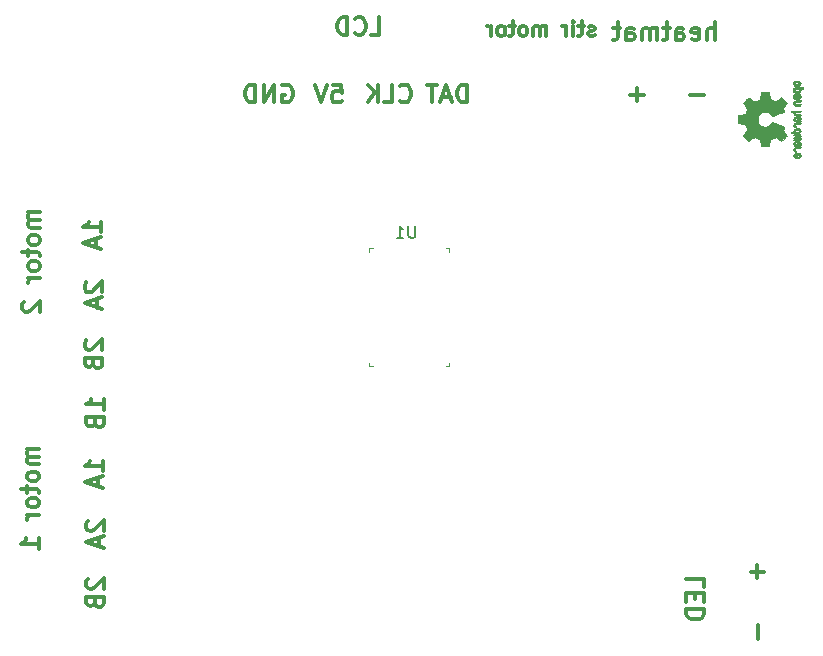
<source format=gbr>
%TF.GenerationSoftware,KiCad,Pcbnew,(5.1.9-0-10_14)*%
%TF.CreationDate,2021-04-17T23:10:34-04:00*%
%TF.ProjectId,BioreactorPCB,42696f72-6561-4637-946f-725043422e6b,rev?*%
%TF.SameCoordinates,Original*%
%TF.FileFunction,Legend,Bot*%
%TF.FilePolarity,Positive*%
%FSLAX46Y46*%
G04 Gerber Fmt 4.6, Leading zero omitted, Abs format (unit mm)*
G04 Created by KiCad (PCBNEW (5.1.9-0-10_14)) date 2021-04-17 23:10:34*
%MOMM*%
%LPD*%
G01*
G04 APERTURE LIST*
%ADD10C,0.300000*%
%ADD11C,0.010000*%
%ADD12C,0.100000*%
%ADD13C,0.150000*%
G04 APERTURE END LIST*
D10*
X72781428Y-80398571D02*
X72710000Y-80470000D01*
X72638571Y-80612857D01*
X72638571Y-80970000D01*
X72710000Y-81112857D01*
X72781428Y-81184285D01*
X72924285Y-81255714D01*
X73067142Y-81255714D01*
X73281428Y-81184285D01*
X74138571Y-80327142D01*
X74138571Y-81255714D01*
X73710000Y-81827142D02*
X73710000Y-82541428D01*
X74138571Y-81684285D02*
X72638571Y-82184285D01*
X74138571Y-82684285D01*
X72781428Y-85291428D02*
X72710000Y-85362857D01*
X72638571Y-85505714D01*
X72638571Y-85862857D01*
X72710000Y-86005714D01*
X72781428Y-86077142D01*
X72924285Y-86148571D01*
X73067142Y-86148571D01*
X73281428Y-86077142D01*
X74138571Y-85220000D01*
X74138571Y-86148571D01*
X73352857Y-87291428D02*
X73424285Y-87505714D01*
X73495714Y-87577142D01*
X73638571Y-87648571D01*
X73852857Y-87648571D01*
X73995714Y-87577142D01*
X74067142Y-87505714D01*
X74138571Y-87362857D01*
X74138571Y-86791428D01*
X72638571Y-86791428D01*
X72638571Y-87291428D01*
X72710000Y-87434285D01*
X72781428Y-87505714D01*
X72924285Y-87577142D01*
X73067142Y-87577142D01*
X73210000Y-87505714D01*
X73281428Y-87434285D01*
X73352857Y-87291428D01*
X73352857Y-86791428D01*
X74038571Y-76155714D02*
X74038571Y-75298571D01*
X74038571Y-75727142D02*
X72538571Y-75727142D01*
X72752857Y-75584285D01*
X72895714Y-75441428D01*
X72967142Y-75298571D01*
X73610000Y-76727142D02*
X73610000Y-77441428D01*
X74038571Y-76584285D02*
X72538571Y-77084285D01*
X74038571Y-77584285D01*
X74278571Y-91178571D02*
X74278571Y-90321428D01*
X74278571Y-90750000D02*
X72778571Y-90750000D01*
X72992857Y-90607142D01*
X73135714Y-90464285D01*
X73207142Y-90321428D01*
X73492857Y-92321428D02*
X73564285Y-92535714D01*
X73635714Y-92607142D01*
X73778571Y-92678571D01*
X73992857Y-92678571D01*
X74135714Y-92607142D01*
X74207142Y-92535714D01*
X74278571Y-92392857D01*
X74278571Y-91821428D01*
X72778571Y-91821428D01*
X72778571Y-92321428D01*
X72850000Y-92464285D01*
X72921428Y-92535714D01*
X73064285Y-92607142D01*
X73207142Y-92607142D01*
X73350000Y-92535714D01*
X73421428Y-92464285D01*
X73492857Y-92321428D01*
X73492857Y-91821428D01*
X74178571Y-96385714D02*
X74178571Y-95528571D01*
X74178571Y-95957142D02*
X72678571Y-95957142D01*
X72892857Y-95814285D01*
X73035714Y-95671428D01*
X73107142Y-95528571D01*
X73750000Y-96957142D02*
X73750000Y-97671428D01*
X74178571Y-96814285D02*
X72678571Y-97314285D01*
X74178571Y-97814285D01*
X72921428Y-100628571D02*
X72850000Y-100700000D01*
X72778571Y-100842857D01*
X72778571Y-101200000D01*
X72850000Y-101342857D01*
X72921428Y-101414285D01*
X73064285Y-101485714D01*
X73207142Y-101485714D01*
X73421428Y-101414285D01*
X74278571Y-100557142D01*
X74278571Y-101485714D01*
X73850000Y-102057142D02*
X73850000Y-102771428D01*
X74278571Y-101914285D02*
X72778571Y-102414285D01*
X74278571Y-102914285D01*
X72921428Y-105521428D02*
X72850000Y-105592857D01*
X72778571Y-105735714D01*
X72778571Y-106092857D01*
X72850000Y-106235714D01*
X72921428Y-106307142D01*
X73064285Y-106378571D01*
X73207142Y-106378571D01*
X73421428Y-106307142D01*
X74278571Y-105450000D01*
X74278571Y-106378571D01*
X73492857Y-107521428D02*
X73564285Y-107735714D01*
X73635714Y-107807142D01*
X73778571Y-107878571D01*
X73992857Y-107878571D01*
X74135714Y-107807142D01*
X74207142Y-107735714D01*
X74278571Y-107592857D01*
X74278571Y-107021428D01*
X72778571Y-107021428D01*
X72778571Y-107521428D01*
X72850000Y-107664285D01*
X72921428Y-107735714D01*
X73064285Y-107807142D01*
X73207142Y-107807142D01*
X73350000Y-107735714D01*
X73421428Y-107664285D01*
X73492857Y-107521428D01*
X73492857Y-107021428D01*
X129607142Y-110571428D02*
X129607142Y-109428571D01*
X129028571Y-104907142D02*
X130171428Y-104907142D01*
X129600000Y-105478571D02*
X129600000Y-104335714D01*
X125078571Y-106235714D02*
X125078571Y-105521428D01*
X123578571Y-105521428D01*
X124292857Y-106735714D02*
X124292857Y-107235714D01*
X125078571Y-107450000D02*
X125078571Y-106735714D01*
X123578571Y-106735714D01*
X123578571Y-107450000D01*
X125078571Y-108092857D02*
X123578571Y-108092857D01*
X123578571Y-108450000D01*
X123650000Y-108664285D01*
X123792857Y-108807142D01*
X123935714Y-108878571D01*
X124221428Y-108950000D01*
X124435714Y-108950000D01*
X124721428Y-108878571D01*
X124864285Y-108807142D01*
X125007142Y-108664285D01*
X125078571Y-108450000D01*
X125078571Y-108092857D01*
X123928571Y-64507142D02*
X125071428Y-64507142D01*
X118828571Y-64507142D02*
X119971428Y-64507142D01*
X119400000Y-65078571D02*
X119400000Y-63935714D01*
X105047142Y-65168571D02*
X105047142Y-63668571D01*
X104690000Y-63668571D01*
X104475714Y-63740000D01*
X104332857Y-63882857D01*
X104261428Y-64025714D01*
X104190000Y-64311428D01*
X104190000Y-64525714D01*
X104261428Y-64811428D01*
X104332857Y-64954285D01*
X104475714Y-65097142D01*
X104690000Y-65168571D01*
X105047142Y-65168571D01*
X103618571Y-64740000D02*
X102904285Y-64740000D01*
X103761428Y-65168571D02*
X103261428Y-63668571D01*
X102761428Y-65168571D01*
X102475714Y-63668571D02*
X101618571Y-63668571D01*
X102047142Y-65168571D02*
X102047142Y-63668571D01*
X99332857Y-65025714D02*
X99404285Y-65097142D01*
X99618571Y-65168571D01*
X99761428Y-65168571D01*
X99975714Y-65097142D01*
X100118571Y-64954285D01*
X100190000Y-64811428D01*
X100261428Y-64525714D01*
X100261428Y-64311428D01*
X100190000Y-64025714D01*
X100118571Y-63882857D01*
X99975714Y-63740000D01*
X99761428Y-63668571D01*
X99618571Y-63668571D01*
X99404285Y-63740000D01*
X99332857Y-63811428D01*
X97975714Y-65168571D02*
X98690000Y-65168571D01*
X98690000Y-63668571D01*
X97475714Y-65168571D02*
X97475714Y-63668571D01*
X96618571Y-65168571D02*
X97261428Y-64311428D01*
X96618571Y-63668571D02*
X97475714Y-64525714D01*
X93625714Y-63668571D02*
X94340000Y-63668571D01*
X94411428Y-64382857D01*
X94340000Y-64311428D01*
X94197142Y-64240000D01*
X93840000Y-64240000D01*
X93697142Y-64311428D01*
X93625714Y-64382857D01*
X93554285Y-64525714D01*
X93554285Y-64882857D01*
X93625714Y-65025714D01*
X93697142Y-65097142D01*
X93840000Y-65168571D01*
X94197142Y-65168571D01*
X94340000Y-65097142D01*
X94411428Y-65025714D01*
X93125714Y-63668571D02*
X92625714Y-65168571D01*
X92125714Y-63668571D01*
X89382857Y-63740000D02*
X89525714Y-63668571D01*
X89740000Y-63668571D01*
X89954285Y-63740000D01*
X90097142Y-63882857D01*
X90168571Y-64025714D01*
X90240000Y-64311428D01*
X90240000Y-64525714D01*
X90168571Y-64811428D01*
X90097142Y-64954285D01*
X89954285Y-65097142D01*
X89740000Y-65168571D01*
X89597142Y-65168571D01*
X89382857Y-65097142D01*
X89311428Y-65025714D01*
X89311428Y-64525714D01*
X89597142Y-64525714D01*
X88668571Y-65168571D02*
X88668571Y-63668571D01*
X87811428Y-65168571D01*
X87811428Y-63668571D01*
X87097142Y-65168571D02*
X87097142Y-63668571D01*
X86740000Y-63668571D01*
X86525714Y-63740000D01*
X86382857Y-63882857D01*
X86311428Y-64025714D01*
X86240000Y-64311428D01*
X86240000Y-64525714D01*
X86311428Y-64811428D01*
X86382857Y-64954285D01*
X86525714Y-65097142D01*
X86740000Y-65168571D01*
X87097142Y-65168571D01*
X96875714Y-59468571D02*
X97590000Y-59468571D01*
X97590000Y-57968571D01*
X95518571Y-59325714D02*
X95590000Y-59397142D01*
X95804285Y-59468571D01*
X95947142Y-59468571D01*
X96161428Y-59397142D01*
X96304285Y-59254285D01*
X96375714Y-59111428D01*
X96447142Y-58825714D01*
X96447142Y-58611428D01*
X96375714Y-58325714D01*
X96304285Y-58182857D01*
X96161428Y-58040000D01*
X95947142Y-57968571D01*
X95804285Y-57968571D01*
X95590000Y-58040000D01*
X95518571Y-58111428D01*
X94875714Y-59468571D02*
X94875714Y-57968571D01*
X94518571Y-57968571D01*
X94304285Y-58040000D01*
X94161428Y-58182857D01*
X94090000Y-58325714D01*
X94018571Y-58611428D01*
X94018571Y-58825714D01*
X94090000Y-59111428D01*
X94161428Y-59254285D01*
X94304285Y-59397142D01*
X94518571Y-59468571D01*
X94875714Y-59468571D01*
X115804047Y-59485952D02*
X115685000Y-59545476D01*
X115446904Y-59545476D01*
X115327857Y-59485952D01*
X115268333Y-59366904D01*
X115268333Y-59307380D01*
X115327857Y-59188333D01*
X115446904Y-59128809D01*
X115625476Y-59128809D01*
X115744523Y-59069285D01*
X115804047Y-58950238D01*
X115804047Y-58890714D01*
X115744523Y-58771666D01*
X115625476Y-58712142D01*
X115446904Y-58712142D01*
X115327857Y-58771666D01*
X114911190Y-58712142D02*
X114435000Y-58712142D01*
X114732619Y-58295476D02*
X114732619Y-59366904D01*
X114673095Y-59485952D01*
X114554047Y-59545476D01*
X114435000Y-59545476D01*
X114018333Y-59545476D02*
X114018333Y-58712142D01*
X114018333Y-58295476D02*
X114077857Y-58355000D01*
X114018333Y-58414523D01*
X113958809Y-58355000D01*
X114018333Y-58295476D01*
X114018333Y-58414523D01*
X113423095Y-59545476D02*
X113423095Y-58712142D01*
X113423095Y-58950238D02*
X113363571Y-58831190D01*
X113304047Y-58771666D01*
X113185000Y-58712142D01*
X113065952Y-58712142D01*
X111696904Y-59545476D02*
X111696904Y-58712142D01*
X111696904Y-58831190D02*
X111637380Y-58771666D01*
X111518333Y-58712142D01*
X111339761Y-58712142D01*
X111220714Y-58771666D01*
X111161190Y-58890714D01*
X111161190Y-59545476D01*
X111161190Y-58890714D02*
X111101666Y-58771666D01*
X110982619Y-58712142D01*
X110804047Y-58712142D01*
X110685000Y-58771666D01*
X110625476Y-58890714D01*
X110625476Y-59545476D01*
X109851666Y-59545476D02*
X109970714Y-59485952D01*
X110030238Y-59426428D01*
X110089761Y-59307380D01*
X110089761Y-58950238D01*
X110030238Y-58831190D01*
X109970714Y-58771666D01*
X109851666Y-58712142D01*
X109673095Y-58712142D01*
X109554047Y-58771666D01*
X109494523Y-58831190D01*
X109435000Y-58950238D01*
X109435000Y-59307380D01*
X109494523Y-59426428D01*
X109554047Y-59485952D01*
X109673095Y-59545476D01*
X109851666Y-59545476D01*
X109077857Y-58712142D02*
X108601666Y-58712142D01*
X108899285Y-58295476D02*
X108899285Y-59366904D01*
X108839761Y-59485952D01*
X108720714Y-59545476D01*
X108601666Y-59545476D01*
X108006428Y-59545476D02*
X108125476Y-59485952D01*
X108185000Y-59426428D01*
X108244523Y-59307380D01*
X108244523Y-58950238D01*
X108185000Y-58831190D01*
X108125476Y-58771666D01*
X108006428Y-58712142D01*
X107827857Y-58712142D01*
X107708809Y-58771666D01*
X107649285Y-58831190D01*
X107589761Y-58950238D01*
X107589761Y-59307380D01*
X107649285Y-59426428D01*
X107708809Y-59485952D01*
X107827857Y-59545476D01*
X108006428Y-59545476D01*
X107054047Y-59545476D02*
X107054047Y-58712142D01*
X107054047Y-58950238D02*
X106994523Y-58831190D01*
X106935000Y-58771666D01*
X106815952Y-58712142D01*
X106696904Y-58712142D01*
X68838571Y-74491428D02*
X67838571Y-74491428D01*
X67981428Y-74491428D02*
X67910000Y-74562857D01*
X67838571Y-74705714D01*
X67838571Y-74920000D01*
X67910000Y-75062857D01*
X68052857Y-75134285D01*
X68838571Y-75134285D01*
X68052857Y-75134285D02*
X67910000Y-75205714D01*
X67838571Y-75348571D01*
X67838571Y-75562857D01*
X67910000Y-75705714D01*
X68052857Y-75777142D01*
X68838571Y-75777142D01*
X68838571Y-76705714D02*
X68767142Y-76562857D01*
X68695714Y-76491428D01*
X68552857Y-76420000D01*
X68124285Y-76420000D01*
X67981428Y-76491428D01*
X67910000Y-76562857D01*
X67838571Y-76705714D01*
X67838571Y-76920000D01*
X67910000Y-77062857D01*
X67981428Y-77134285D01*
X68124285Y-77205714D01*
X68552857Y-77205714D01*
X68695714Y-77134285D01*
X68767142Y-77062857D01*
X68838571Y-76920000D01*
X68838571Y-76705714D01*
X67838571Y-77634285D02*
X67838571Y-78205714D01*
X67338571Y-77848571D02*
X68624285Y-77848571D01*
X68767142Y-77920000D01*
X68838571Y-78062857D01*
X68838571Y-78205714D01*
X68838571Y-78920000D02*
X68767142Y-78777142D01*
X68695714Y-78705714D01*
X68552857Y-78634285D01*
X68124285Y-78634285D01*
X67981428Y-78705714D01*
X67910000Y-78777142D01*
X67838571Y-78920000D01*
X67838571Y-79134285D01*
X67910000Y-79277142D01*
X67981428Y-79348571D01*
X68124285Y-79420000D01*
X68552857Y-79420000D01*
X68695714Y-79348571D01*
X68767142Y-79277142D01*
X68838571Y-79134285D01*
X68838571Y-78920000D01*
X68838571Y-80062857D02*
X67838571Y-80062857D01*
X68124285Y-80062857D02*
X67981428Y-80134285D01*
X67910000Y-80205714D01*
X67838571Y-80348571D01*
X67838571Y-80491428D01*
X67481428Y-82062857D02*
X67410000Y-82134285D01*
X67338571Y-82277142D01*
X67338571Y-82634285D01*
X67410000Y-82777142D01*
X67481428Y-82848571D01*
X67624285Y-82920000D01*
X67767142Y-82920000D01*
X67981428Y-82848571D01*
X68838571Y-81991428D01*
X68838571Y-82920000D01*
X68778571Y-94521428D02*
X67778571Y-94521428D01*
X67921428Y-94521428D02*
X67850000Y-94592857D01*
X67778571Y-94735714D01*
X67778571Y-94950000D01*
X67850000Y-95092857D01*
X67992857Y-95164285D01*
X68778571Y-95164285D01*
X67992857Y-95164285D02*
X67850000Y-95235714D01*
X67778571Y-95378571D01*
X67778571Y-95592857D01*
X67850000Y-95735714D01*
X67992857Y-95807142D01*
X68778571Y-95807142D01*
X68778571Y-96735714D02*
X68707142Y-96592857D01*
X68635714Y-96521428D01*
X68492857Y-96450000D01*
X68064285Y-96450000D01*
X67921428Y-96521428D01*
X67850000Y-96592857D01*
X67778571Y-96735714D01*
X67778571Y-96950000D01*
X67850000Y-97092857D01*
X67921428Y-97164285D01*
X68064285Y-97235714D01*
X68492857Y-97235714D01*
X68635714Y-97164285D01*
X68707142Y-97092857D01*
X68778571Y-96950000D01*
X68778571Y-96735714D01*
X67778571Y-97664285D02*
X67778571Y-98235714D01*
X67278571Y-97878571D02*
X68564285Y-97878571D01*
X68707142Y-97950000D01*
X68778571Y-98092857D01*
X68778571Y-98235714D01*
X68778571Y-98950000D02*
X68707142Y-98807142D01*
X68635714Y-98735714D01*
X68492857Y-98664285D01*
X68064285Y-98664285D01*
X67921428Y-98735714D01*
X67850000Y-98807142D01*
X67778571Y-98950000D01*
X67778571Y-99164285D01*
X67850000Y-99307142D01*
X67921428Y-99378571D01*
X68064285Y-99450000D01*
X68492857Y-99450000D01*
X68635714Y-99378571D01*
X68707142Y-99307142D01*
X68778571Y-99164285D01*
X68778571Y-98950000D01*
X68778571Y-100092857D02*
X67778571Y-100092857D01*
X68064285Y-100092857D02*
X67921428Y-100164285D01*
X67850000Y-100235714D01*
X67778571Y-100378571D01*
X67778571Y-100521428D01*
X68778571Y-102950000D02*
X68778571Y-102092857D01*
X68778571Y-102521428D02*
X67278571Y-102521428D01*
X67492857Y-102378571D01*
X67635714Y-102235714D01*
X67707142Y-102092857D01*
X125978571Y-59878571D02*
X125978571Y-58378571D01*
X125335714Y-59878571D02*
X125335714Y-59092857D01*
X125407142Y-58950000D01*
X125550000Y-58878571D01*
X125764285Y-58878571D01*
X125907142Y-58950000D01*
X125978571Y-59021428D01*
X124050000Y-59807142D02*
X124192857Y-59878571D01*
X124478571Y-59878571D01*
X124621428Y-59807142D01*
X124692857Y-59664285D01*
X124692857Y-59092857D01*
X124621428Y-58950000D01*
X124478571Y-58878571D01*
X124192857Y-58878571D01*
X124050000Y-58950000D01*
X123978571Y-59092857D01*
X123978571Y-59235714D01*
X124692857Y-59378571D01*
X122692857Y-59878571D02*
X122692857Y-59092857D01*
X122764285Y-58950000D01*
X122907142Y-58878571D01*
X123192857Y-58878571D01*
X123335714Y-58950000D01*
X122692857Y-59807142D02*
X122835714Y-59878571D01*
X123192857Y-59878571D01*
X123335714Y-59807142D01*
X123407142Y-59664285D01*
X123407142Y-59521428D01*
X123335714Y-59378571D01*
X123192857Y-59307142D01*
X122835714Y-59307142D01*
X122692857Y-59235714D01*
X122192857Y-58878571D02*
X121621428Y-58878571D01*
X121978571Y-58378571D02*
X121978571Y-59664285D01*
X121907142Y-59807142D01*
X121764285Y-59878571D01*
X121621428Y-59878571D01*
X121121428Y-59878571D02*
X121121428Y-58878571D01*
X121121428Y-59021428D02*
X121050000Y-58950000D01*
X120907142Y-58878571D01*
X120692857Y-58878571D01*
X120550000Y-58950000D01*
X120478571Y-59092857D01*
X120478571Y-59878571D01*
X120478571Y-59092857D02*
X120407142Y-58950000D01*
X120264285Y-58878571D01*
X120050000Y-58878571D01*
X119907142Y-58950000D01*
X119835714Y-59092857D01*
X119835714Y-59878571D01*
X118478571Y-59878571D02*
X118478571Y-59092857D01*
X118550000Y-58950000D01*
X118692857Y-58878571D01*
X118978571Y-58878571D01*
X119121428Y-58950000D01*
X118478571Y-59807142D02*
X118621428Y-59878571D01*
X118978571Y-59878571D01*
X119121428Y-59807142D01*
X119192857Y-59664285D01*
X119192857Y-59521428D01*
X119121428Y-59378571D01*
X118978571Y-59307142D01*
X118621428Y-59307142D01*
X118478571Y-59235714D01*
X117978571Y-58878571D02*
X117407142Y-58878571D01*
X117764285Y-58378571D02*
X117764285Y-59664285D01*
X117692857Y-59807142D01*
X117550000Y-59878571D01*
X117407142Y-59878571D01*
D11*
%TO.C,REF\u002A\u002A*%
G36*
X132619918Y-64199744D02*
G01*
X132647568Y-64255201D01*
X132698480Y-64304148D01*
X132717338Y-64317629D01*
X132742015Y-64332314D01*
X132768816Y-64341842D01*
X132804587Y-64347293D01*
X132856169Y-64349747D01*
X132924267Y-64350286D01*
X133017588Y-64347852D01*
X133087657Y-64339394D01*
X133139931Y-64323174D01*
X133179869Y-64297454D01*
X133212929Y-64260497D01*
X133214886Y-64257782D01*
X133234908Y-64221360D01*
X133244815Y-64177502D01*
X133247257Y-64121724D01*
X133247257Y-64031048D01*
X133335283Y-64031010D01*
X133384308Y-64030166D01*
X133413065Y-64025024D01*
X133430311Y-64011587D01*
X133444808Y-63985858D01*
X133447769Y-63979679D01*
X133461648Y-63950764D01*
X133470414Y-63928376D01*
X133471171Y-63911729D01*
X133461023Y-63900036D01*
X133437073Y-63892510D01*
X133396426Y-63888366D01*
X133336186Y-63886815D01*
X133253455Y-63887071D01*
X133145339Y-63888349D01*
X133113000Y-63888748D01*
X133001524Y-63890185D01*
X132928603Y-63891472D01*
X132928603Y-64030971D01*
X132990499Y-64031755D01*
X133030997Y-64035240D01*
X133057708Y-64043124D01*
X133078244Y-64057105D01*
X133088260Y-64066597D01*
X133117567Y-64105404D01*
X133119952Y-64139763D01*
X133095750Y-64175216D01*
X133094857Y-64176114D01*
X133076153Y-64190539D01*
X133050732Y-64199313D01*
X133011584Y-64203739D01*
X132951697Y-64205118D01*
X132938430Y-64205143D01*
X132855901Y-64201812D01*
X132798691Y-64190969D01*
X132763766Y-64171340D01*
X132748094Y-64141650D01*
X132746514Y-64124491D01*
X132753926Y-64083766D01*
X132778330Y-64055832D01*
X132822980Y-64039017D01*
X132891130Y-64031650D01*
X132928603Y-64030971D01*
X132928603Y-63891472D01*
X132915245Y-63891708D01*
X132850333Y-63893677D01*
X132802958Y-63896450D01*
X132769290Y-63900388D01*
X132745498Y-63905849D01*
X132727753Y-63913192D01*
X132712224Y-63922777D01*
X132706381Y-63926887D01*
X132651185Y-63981405D01*
X132619890Y-64050336D01*
X132611165Y-64130072D01*
X132619918Y-64199744D01*
G37*
X132619918Y-64199744D02*
X132647568Y-64255201D01*
X132698480Y-64304148D01*
X132717338Y-64317629D01*
X132742015Y-64332314D01*
X132768816Y-64341842D01*
X132804587Y-64347293D01*
X132856169Y-64349747D01*
X132924267Y-64350286D01*
X133017588Y-64347852D01*
X133087657Y-64339394D01*
X133139931Y-64323174D01*
X133179869Y-64297454D01*
X133212929Y-64260497D01*
X133214886Y-64257782D01*
X133234908Y-64221360D01*
X133244815Y-64177502D01*
X133247257Y-64121724D01*
X133247257Y-64031048D01*
X133335283Y-64031010D01*
X133384308Y-64030166D01*
X133413065Y-64025024D01*
X133430311Y-64011587D01*
X133444808Y-63985858D01*
X133447769Y-63979679D01*
X133461648Y-63950764D01*
X133470414Y-63928376D01*
X133471171Y-63911729D01*
X133461023Y-63900036D01*
X133437073Y-63892510D01*
X133396426Y-63888366D01*
X133336186Y-63886815D01*
X133253455Y-63887071D01*
X133145339Y-63888349D01*
X133113000Y-63888748D01*
X133001524Y-63890185D01*
X132928603Y-63891472D01*
X132928603Y-64030971D01*
X132990499Y-64031755D01*
X133030997Y-64035240D01*
X133057708Y-64043124D01*
X133078244Y-64057105D01*
X133088260Y-64066597D01*
X133117567Y-64105404D01*
X133119952Y-64139763D01*
X133095750Y-64175216D01*
X133094857Y-64176114D01*
X133076153Y-64190539D01*
X133050732Y-64199313D01*
X133011584Y-64203739D01*
X132951697Y-64205118D01*
X132938430Y-64205143D01*
X132855901Y-64201812D01*
X132798691Y-64190969D01*
X132763766Y-64171340D01*
X132748094Y-64141650D01*
X132746514Y-64124491D01*
X132753926Y-64083766D01*
X132778330Y-64055832D01*
X132822980Y-64039017D01*
X132891130Y-64031650D01*
X132928603Y-64030971D01*
X132928603Y-63891472D01*
X132915245Y-63891708D01*
X132850333Y-63893677D01*
X132802958Y-63896450D01*
X132769290Y-63900388D01*
X132745498Y-63905849D01*
X132727753Y-63913192D01*
X132712224Y-63922777D01*
X132706381Y-63926887D01*
X132651185Y-63981405D01*
X132619890Y-64050336D01*
X132611165Y-64130072D01*
X132619918Y-64199744D01*
G36*
X132627780Y-65316093D02*
G01*
X132654723Y-65362672D01*
X132681466Y-65395057D01*
X132709484Y-65418742D01*
X132743748Y-65435059D01*
X132789227Y-65445339D01*
X132850892Y-65450914D01*
X132933711Y-65453116D01*
X132993246Y-65453371D01*
X133212391Y-65453371D01*
X133240044Y-65391686D01*
X133267697Y-65330000D01*
X133027670Y-65322743D01*
X132938028Y-65319744D01*
X132872962Y-65316598D01*
X132828026Y-65312701D01*
X132798770Y-65307447D01*
X132780748Y-65300231D01*
X132769511Y-65290450D01*
X132767079Y-65287312D01*
X132748083Y-65239761D01*
X132755600Y-65191697D01*
X132775543Y-65163086D01*
X132789675Y-65151447D01*
X132808220Y-65143391D01*
X132836334Y-65138271D01*
X132879173Y-65135441D01*
X132941895Y-65134256D01*
X133007261Y-65134057D01*
X133089268Y-65134018D01*
X133147316Y-65132614D01*
X133186465Y-65127914D01*
X133211780Y-65117987D01*
X133228323Y-65100903D01*
X133241156Y-65074732D01*
X133254491Y-65039775D01*
X133269007Y-65001596D01*
X133011389Y-65006141D01*
X132918519Y-65007971D01*
X132849889Y-65010112D01*
X132800711Y-65013181D01*
X132766198Y-65017794D01*
X132741562Y-65024568D01*
X132722016Y-65034119D01*
X132704770Y-65045634D01*
X132649680Y-65101190D01*
X132617822Y-65168980D01*
X132610191Y-65242713D01*
X132627780Y-65316093D01*
G37*
X132627780Y-65316093D02*
X132654723Y-65362672D01*
X132681466Y-65395057D01*
X132709484Y-65418742D01*
X132743748Y-65435059D01*
X132789227Y-65445339D01*
X132850892Y-65450914D01*
X132933711Y-65453116D01*
X132993246Y-65453371D01*
X133212391Y-65453371D01*
X133240044Y-65391686D01*
X133267697Y-65330000D01*
X133027670Y-65322743D01*
X132938028Y-65319744D01*
X132872962Y-65316598D01*
X132828026Y-65312701D01*
X132798770Y-65307447D01*
X132780748Y-65300231D01*
X132769511Y-65290450D01*
X132767079Y-65287312D01*
X132748083Y-65239761D01*
X132755600Y-65191697D01*
X132775543Y-65163086D01*
X132789675Y-65151447D01*
X132808220Y-65143391D01*
X132836334Y-65138271D01*
X132879173Y-65135441D01*
X132941895Y-65134256D01*
X133007261Y-65134057D01*
X133089268Y-65134018D01*
X133147316Y-65132614D01*
X133186465Y-65127914D01*
X133211780Y-65117987D01*
X133228323Y-65100903D01*
X133241156Y-65074732D01*
X133254491Y-65039775D01*
X133269007Y-65001596D01*
X133011389Y-65006141D01*
X132918519Y-65007971D01*
X132849889Y-65010112D01*
X132800711Y-65013181D01*
X132766198Y-65017794D01*
X132741562Y-65024568D01*
X132722016Y-65034119D01*
X132704770Y-65045634D01*
X132649680Y-65101190D01*
X132617822Y-65168980D01*
X132610191Y-65242713D01*
X132627780Y-65316093D01*
G36*
X132621962Y-63641115D02*
G01*
X132657733Y-63709145D01*
X132715301Y-63759351D01*
X132752312Y-63777185D01*
X132807882Y-63791063D01*
X132878096Y-63798167D01*
X132954727Y-63798840D01*
X133029552Y-63793427D01*
X133094342Y-63782270D01*
X133140873Y-63765714D01*
X133148887Y-63760626D01*
X133208707Y-63700355D01*
X133244535Y-63628769D01*
X133255020Y-63551092D01*
X133238810Y-63472548D01*
X133229092Y-63450689D01*
X133199143Y-63408122D01*
X133159433Y-63370763D01*
X133154397Y-63367232D01*
X133130124Y-63352881D01*
X133104178Y-63343394D01*
X133070022Y-63337790D01*
X133021119Y-63335086D01*
X132950935Y-63334299D01*
X132935200Y-63334286D01*
X132930192Y-63334322D01*
X132930192Y-63479429D01*
X132996430Y-63480273D01*
X133040386Y-63483596D01*
X133068779Y-63490583D01*
X133088325Y-63502416D01*
X133094857Y-63508457D01*
X133119680Y-63543186D01*
X133118548Y-63576903D01*
X133097016Y-63610995D01*
X133074029Y-63631329D01*
X133040478Y-63643371D01*
X132987569Y-63650134D01*
X132981399Y-63650598D01*
X132885513Y-63651752D01*
X132814299Y-63639688D01*
X132768194Y-63614570D01*
X132747635Y-63576560D01*
X132746514Y-63562992D01*
X132752152Y-63527364D01*
X132771686Y-63502994D01*
X132809042Y-63488093D01*
X132868150Y-63480875D01*
X132930192Y-63479429D01*
X132930192Y-63334322D01*
X132860413Y-63334826D01*
X132808159Y-63337096D01*
X132771949Y-63342068D01*
X132745299Y-63350713D01*
X132721722Y-63364005D01*
X132717338Y-63366943D01*
X132658249Y-63416313D01*
X132623947Y-63470109D01*
X132610331Y-63535602D01*
X132609665Y-63557842D01*
X132621962Y-63641115D01*
G37*
X132621962Y-63641115D02*
X132657733Y-63709145D01*
X132715301Y-63759351D01*
X132752312Y-63777185D01*
X132807882Y-63791063D01*
X132878096Y-63798167D01*
X132954727Y-63798840D01*
X133029552Y-63793427D01*
X133094342Y-63782270D01*
X133140873Y-63765714D01*
X133148887Y-63760626D01*
X133208707Y-63700355D01*
X133244535Y-63628769D01*
X133255020Y-63551092D01*
X133238810Y-63472548D01*
X133229092Y-63450689D01*
X133199143Y-63408122D01*
X133159433Y-63370763D01*
X133154397Y-63367232D01*
X133130124Y-63352881D01*
X133104178Y-63343394D01*
X133070022Y-63337790D01*
X133021119Y-63335086D01*
X132950935Y-63334299D01*
X132935200Y-63334286D01*
X132930192Y-63334322D01*
X132930192Y-63479429D01*
X132996430Y-63480273D01*
X133040386Y-63483596D01*
X133068779Y-63490583D01*
X133088325Y-63502416D01*
X133094857Y-63508457D01*
X133119680Y-63543186D01*
X133118548Y-63576903D01*
X133097016Y-63610995D01*
X133074029Y-63631329D01*
X133040478Y-63643371D01*
X132987569Y-63650134D01*
X132981399Y-63650598D01*
X132885513Y-63651752D01*
X132814299Y-63639688D01*
X132768194Y-63614570D01*
X132747635Y-63576560D01*
X132746514Y-63562992D01*
X132752152Y-63527364D01*
X132771686Y-63502994D01*
X132809042Y-63488093D01*
X132868150Y-63480875D01*
X132930192Y-63479429D01*
X132930192Y-63334322D01*
X132860413Y-63334826D01*
X132808159Y-63337096D01*
X132771949Y-63342068D01*
X132745299Y-63350713D01*
X132721722Y-63364005D01*
X132717338Y-63366943D01*
X132658249Y-63416313D01*
X132623947Y-63470109D01*
X132610331Y-63535602D01*
X132609665Y-63557842D01*
X132621962Y-63641115D01*
G36*
X132631239Y-64768303D02*
G01*
X132669735Y-64825527D01*
X132725335Y-64869749D01*
X132796086Y-64896167D01*
X132848162Y-64901510D01*
X132869893Y-64900903D01*
X132886531Y-64895822D01*
X132901437Y-64881855D01*
X132917973Y-64854589D01*
X132939498Y-64809612D01*
X132969374Y-64742511D01*
X132969524Y-64742171D01*
X132997813Y-64680407D01*
X133022933Y-64629759D01*
X133042179Y-64595404D01*
X133052848Y-64582518D01*
X133052934Y-64582514D01*
X133076166Y-64593872D01*
X133101774Y-64620431D01*
X133120221Y-64650923D01*
X133123886Y-64666370D01*
X133111212Y-64708515D01*
X133079471Y-64744808D01*
X133044572Y-64762517D01*
X133018845Y-64779552D01*
X132989546Y-64812922D01*
X132964235Y-64852149D01*
X132950471Y-64886756D01*
X132949714Y-64893993D01*
X132962160Y-64902139D01*
X132993972Y-64902630D01*
X133036866Y-64896643D01*
X133082558Y-64885357D01*
X133122761Y-64869950D01*
X133124322Y-64869171D01*
X133189062Y-64822804D01*
X133233097Y-64762711D01*
X133254711Y-64694465D01*
X133252185Y-64623638D01*
X133223804Y-64555804D01*
X133221808Y-64552788D01*
X133173448Y-64499427D01*
X133110352Y-64464340D01*
X133027387Y-64444922D01*
X133004078Y-64442316D01*
X132894055Y-64437701D01*
X132842748Y-64443233D01*
X132842748Y-64582514D01*
X132874753Y-64584324D01*
X132884093Y-64594222D01*
X132877105Y-64618898D01*
X132860587Y-64657795D01*
X132839881Y-64701275D01*
X132839333Y-64702356D01*
X132819949Y-64739209D01*
X132807013Y-64754000D01*
X132793451Y-64750353D01*
X132775632Y-64734995D01*
X132749845Y-64695923D01*
X132747950Y-64653846D01*
X132766717Y-64616103D01*
X132802915Y-64590034D01*
X132842748Y-64582514D01*
X132842748Y-64443233D01*
X132806027Y-64447194D01*
X132736212Y-64471550D01*
X132687302Y-64505456D01*
X132637878Y-64566653D01*
X132613359Y-64634063D01*
X132611797Y-64702880D01*
X132631239Y-64768303D01*
G37*
X132631239Y-64768303D02*
X132669735Y-64825527D01*
X132725335Y-64869749D01*
X132796086Y-64896167D01*
X132848162Y-64901510D01*
X132869893Y-64900903D01*
X132886531Y-64895822D01*
X132901437Y-64881855D01*
X132917973Y-64854589D01*
X132939498Y-64809612D01*
X132969374Y-64742511D01*
X132969524Y-64742171D01*
X132997813Y-64680407D01*
X133022933Y-64629759D01*
X133042179Y-64595404D01*
X133052848Y-64582518D01*
X133052934Y-64582514D01*
X133076166Y-64593872D01*
X133101774Y-64620431D01*
X133120221Y-64650923D01*
X133123886Y-64666370D01*
X133111212Y-64708515D01*
X133079471Y-64744808D01*
X133044572Y-64762517D01*
X133018845Y-64779552D01*
X132989546Y-64812922D01*
X132964235Y-64852149D01*
X132950471Y-64886756D01*
X132949714Y-64893993D01*
X132962160Y-64902139D01*
X132993972Y-64902630D01*
X133036866Y-64896643D01*
X133082558Y-64885357D01*
X133122761Y-64869950D01*
X133124322Y-64869171D01*
X133189062Y-64822804D01*
X133233097Y-64762711D01*
X133254711Y-64694465D01*
X133252185Y-64623638D01*
X133223804Y-64555804D01*
X133221808Y-64552788D01*
X133173448Y-64499427D01*
X133110352Y-64464340D01*
X133027387Y-64444922D01*
X133004078Y-64442316D01*
X132894055Y-64437701D01*
X132842748Y-64443233D01*
X132842748Y-64582514D01*
X132874753Y-64584324D01*
X132884093Y-64594222D01*
X132877105Y-64618898D01*
X132860587Y-64657795D01*
X132839881Y-64701275D01*
X132839333Y-64702356D01*
X132819949Y-64739209D01*
X132807013Y-64754000D01*
X132793451Y-64750353D01*
X132775632Y-64734995D01*
X132749845Y-64695923D01*
X132747950Y-64653846D01*
X132766717Y-64616103D01*
X132802915Y-64590034D01*
X132842748Y-64582514D01*
X132842748Y-64443233D01*
X132806027Y-64447194D01*
X132736212Y-64471550D01*
X132687302Y-64505456D01*
X132637878Y-64566653D01*
X132613359Y-64634063D01*
X132611797Y-64702880D01*
X132631239Y-64768303D01*
G36*
X132551289Y-65975886D02*
G01*
X132610613Y-65980139D01*
X132645572Y-65985025D01*
X132660820Y-65991795D01*
X132661015Y-66001702D01*
X132659195Y-66004914D01*
X132646015Y-66047644D01*
X132646785Y-66103227D01*
X132660333Y-66159737D01*
X132677861Y-66195082D01*
X132705861Y-66231321D01*
X132737549Y-66257813D01*
X132777813Y-66275999D01*
X132831543Y-66287322D01*
X132903626Y-66293222D01*
X132998951Y-66295143D01*
X133017237Y-66295177D01*
X133222646Y-66295200D01*
X133238580Y-66249491D01*
X133249420Y-66217027D01*
X133254468Y-66199215D01*
X133254514Y-66198691D01*
X133240828Y-66196937D01*
X133203076Y-66195444D01*
X133146224Y-66194326D01*
X133075234Y-66193697D01*
X133032073Y-66193600D01*
X132946973Y-66193398D01*
X132885981Y-66192358D01*
X132844177Y-66189831D01*
X132816642Y-66185164D01*
X132798456Y-66177707D01*
X132784698Y-66166811D01*
X132778073Y-66160007D01*
X132751375Y-66113272D01*
X132749375Y-66062272D01*
X132771955Y-66016001D01*
X132780107Y-66007444D01*
X132795436Y-65994893D01*
X132813618Y-65986188D01*
X132839909Y-65980631D01*
X132879562Y-65977526D01*
X132937832Y-65976176D01*
X133018173Y-65975886D01*
X133222646Y-65975886D01*
X133238580Y-65930177D01*
X133249420Y-65897713D01*
X133254468Y-65879901D01*
X133254514Y-65879377D01*
X133240623Y-65878037D01*
X133201439Y-65876828D01*
X133140700Y-65875801D01*
X133062141Y-65875002D01*
X132969498Y-65874481D01*
X132866509Y-65874286D01*
X132469342Y-65874286D01*
X132449444Y-65921457D01*
X132429547Y-65968629D01*
X132551289Y-65975886D01*
G37*
X132551289Y-65975886D02*
X132610613Y-65980139D01*
X132645572Y-65985025D01*
X132660820Y-65991795D01*
X132661015Y-66001702D01*
X132659195Y-66004914D01*
X132646015Y-66047644D01*
X132646785Y-66103227D01*
X132660333Y-66159737D01*
X132677861Y-66195082D01*
X132705861Y-66231321D01*
X132737549Y-66257813D01*
X132777813Y-66275999D01*
X132831543Y-66287322D01*
X132903626Y-66293222D01*
X132998951Y-66295143D01*
X133017237Y-66295177D01*
X133222646Y-66295200D01*
X133238580Y-66249491D01*
X133249420Y-66217027D01*
X133254468Y-66199215D01*
X133254514Y-66198691D01*
X133240828Y-66196937D01*
X133203076Y-66195444D01*
X133146224Y-66194326D01*
X133075234Y-66193697D01*
X133032073Y-66193600D01*
X132946973Y-66193398D01*
X132885981Y-66192358D01*
X132844177Y-66189831D01*
X132816642Y-66185164D01*
X132798456Y-66177707D01*
X132784698Y-66166811D01*
X132778073Y-66160007D01*
X132751375Y-66113272D01*
X132749375Y-66062272D01*
X132771955Y-66016001D01*
X132780107Y-66007444D01*
X132795436Y-65994893D01*
X132813618Y-65986188D01*
X132839909Y-65980631D01*
X132879562Y-65977526D01*
X132937832Y-65976176D01*
X133018173Y-65975886D01*
X133222646Y-65975886D01*
X133238580Y-65930177D01*
X133249420Y-65897713D01*
X133254468Y-65879901D01*
X133254514Y-65879377D01*
X133240623Y-65878037D01*
X133201439Y-65876828D01*
X133140700Y-65875801D01*
X133062141Y-65875002D01*
X132969498Y-65874481D01*
X132866509Y-65874286D01*
X132469342Y-65874286D01*
X132449444Y-65921457D01*
X132429547Y-65968629D01*
X132551289Y-65975886D01*
G36*
X132650968Y-66639744D02*
G01*
X132672087Y-66696616D01*
X132672493Y-66697267D01*
X132698380Y-66732440D01*
X132728633Y-66758407D01*
X132768058Y-66776670D01*
X132821462Y-66788732D01*
X132893651Y-66796096D01*
X132989432Y-66800264D01*
X133003078Y-66800629D01*
X133208842Y-66805876D01*
X133231678Y-66761716D01*
X133247110Y-66729763D01*
X133254423Y-66710470D01*
X133254514Y-66709578D01*
X133241022Y-66706239D01*
X133204626Y-66703587D01*
X133151452Y-66701956D01*
X133108393Y-66701600D01*
X133038641Y-66701592D01*
X132994837Y-66698403D01*
X132973944Y-66687288D01*
X132972925Y-66663501D01*
X132988741Y-66622296D01*
X133017815Y-66560086D01*
X133041963Y-66514341D01*
X133062913Y-66490813D01*
X133085747Y-66483896D01*
X133086877Y-66483886D01*
X133126212Y-66495299D01*
X133147462Y-66529092D01*
X133150539Y-66580809D01*
X133150006Y-66618061D01*
X133160735Y-66637703D01*
X133186505Y-66649952D01*
X133219337Y-66657002D01*
X133237966Y-66646842D01*
X133240632Y-66643017D01*
X133251340Y-66607001D01*
X133252856Y-66556566D01*
X133245759Y-66504626D01*
X133232788Y-66467822D01*
X133189585Y-66416938D01*
X133129446Y-66388014D01*
X133082462Y-66382286D01*
X133040082Y-66386657D01*
X133005488Y-66402475D01*
X132974763Y-66433797D01*
X132943990Y-66484678D01*
X132909252Y-66559176D01*
X132907288Y-66563714D01*
X132876287Y-66630821D01*
X132850862Y-66672232D01*
X132828014Y-66689981D01*
X132804745Y-66686107D01*
X132778056Y-66662643D01*
X132771914Y-66655627D01*
X132748100Y-66608630D01*
X132749103Y-66559933D01*
X132772451Y-66517522D01*
X132815675Y-66489384D01*
X132824160Y-66486769D01*
X132865308Y-66461308D01*
X132885128Y-66429001D01*
X132904770Y-66382286D01*
X132853950Y-66382286D01*
X132780082Y-66396496D01*
X132712327Y-66438675D01*
X132689661Y-66460624D01*
X132660569Y-66510517D01*
X132647400Y-66573967D01*
X132650968Y-66639744D01*
G37*
X132650968Y-66639744D02*
X132672087Y-66696616D01*
X132672493Y-66697267D01*
X132698380Y-66732440D01*
X132728633Y-66758407D01*
X132768058Y-66776670D01*
X132821462Y-66788732D01*
X132893651Y-66796096D01*
X132989432Y-66800264D01*
X133003078Y-66800629D01*
X133208842Y-66805876D01*
X133231678Y-66761716D01*
X133247110Y-66729763D01*
X133254423Y-66710470D01*
X133254514Y-66709578D01*
X133241022Y-66706239D01*
X133204626Y-66703587D01*
X133151452Y-66701956D01*
X133108393Y-66701600D01*
X133038641Y-66701592D01*
X132994837Y-66698403D01*
X132973944Y-66687288D01*
X132972925Y-66663501D01*
X132988741Y-66622296D01*
X133017815Y-66560086D01*
X133041963Y-66514341D01*
X133062913Y-66490813D01*
X133085747Y-66483896D01*
X133086877Y-66483886D01*
X133126212Y-66495299D01*
X133147462Y-66529092D01*
X133150539Y-66580809D01*
X133150006Y-66618061D01*
X133160735Y-66637703D01*
X133186505Y-66649952D01*
X133219337Y-66657002D01*
X133237966Y-66646842D01*
X133240632Y-66643017D01*
X133251340Y-66607001D01*
X133252856Y-66556566D01*
X133245759Y-66504626D01*
X133232788Y-66467822D01*
X133189585Y-66416938D01*
X133129446Y-66388014D01*
X133082462Y-66382286D01*
X133040082Y-66386657D01*
X133005488Y-66402475D01*
X132974763Y-66433797D01*
X132943990Y-66484678D01*
X132909252Y-66559176D01*
X132907288Y-66563714D01*
X132876287Y-66630821D01*
X132850862Y-66672232D01*
X132828014Y-66689981D01*
X132804745Y-66686107D01*
X132778056Y-66662643D01*
X132771914Y-66655627D01*
X132748100Y-66608630D01*
X132749103Y-66559933D01*
X132772451Y-66517522D01*
X132815675Y-66489384D01*
X132824160Y-66486769D01*
X132865308Y-66461308D01*
X132885128Y-66429001D01*
X132904770Y-66382286D01*
X132853950Y-66382286D01*
X132780082Y-66396496D01*
X132712327Y-66438675D01*
X132689661Y-66460624D01*
X132660569Y-66510517D01*
X132647400Y-66573967D01*
X132650968Y-66639744D01*
G36*
X132649755Y-67129926D02*
G01*
X132674084Y-67195858D01*
X132717117Y-67249273D01*
X132747409Y-67270164D01*
X132802994Y-67292939D01*
X132843186Y-67292466D01*
X132870217Y-67268562D01*
X132874813Y-67259717D01*
X132889144Y-67221530D01*
X132885472Y-67202028D01*
X132861407Y-67195422D01*
X132848114Y-67195086D01*
X132799210Y-67182992D01*
X132764999Y-67151471D01*
X132748476Y-67107659D01*
X132752634Y-67058695D01*
X132774227Y-67018894D01*
X132786544Y-67005450D01*
X132801487Y-66995921D01*
X132824075Y-66989485D01*
X132859328Y-66985317D01*
X132912266Y-66982597D01*
X132987907Y-66980502D01*
X133011857Y-66979960D01*
X133093790Y-66977981D01*
X133151455Y-66975731D01*
X133189608Y-66972357D01*
X133213004Y-66967006D01*
X133226398Y-66958824D01*
X133234545Y-66946959D01*
X133238144Y-66939362D01*
X133250452Y-66907102D01*
X133254514Y-66888111D01*
X133240948Y-66881836D01*
X133199934Y-66878006D01*
X133130999Y-66876600D01*
X133033669Y-66877598D01*
X133018657Y-66877908D01*
X132929859Y-66880101D01*
X132865019Y-66882693D01*
X132819067Y-66886382D01*
X132786935Y-66891864D01*
X132763553Y-66899835D01*
X132743852Y-66910993D01*
X132735410Y-66916830D01*
X132698057Y-66950296D01*
X132669003Y-66987727D01*
X132666467Y-66992309D01*
X132646443Y-67059426D01*
X132649755Y-67129926D01*
G37*
X132649755Y-67129926D02*
X132674084Y-67195858D01*
X132717117Y-67249273D01*
X132747409Y-67270164D01*
X132802994Y-67292939D01*
X132843186Y-67292466D01*
X132870217Y-67268562D01*
X132874813Y-67259717D01*
X132889144Y-67221530D01*
X132885472Y-67202028D01*
X132861407Y-67195422D01*
X132848114Y-67195086D01*
X132799210Y-67182992D01*
X132764999Y-67151471D01*
X132748476Y-67107659D01*
X132752634Y-67058695D01*
X132774227Y-67018894D01*
X132786544Y-67005450D01*
X132801487Y-66995921D01*
X132824075Y-66989485D01*
X132859328Y-66985317D01*
X132912266Y-66982597D01*
X132987907Y-66980502D01*
X133011857Y-66979960D01*
X133093790Y-66977981D01*
X133151455Y-66975731D01*
X133189608Y-66972357D01*
X133213004Y-66967006D01*
X133226398Y-66958824D01*
X133234545Y-66946959D01*
X133238144Y-66939362D01*
X133250452Y-66907102D01*
X133254514Y-66888111D01*
X133240948Y-66881836D01*
X133199934Y-66878006D01*
X133130999Y-66876600D01*
X133033669Y-66877598D01*
X133018657Y-66877908D01*
X132929859Y-66880101D01*
X132865019Y-66882693D01*
X132819067Y-66886382D01*
X132786935Y-66891864D01*
X132763553Y-66899835D01*
X132743852Y-66910993D01*
X132735410Y-66916830D01*
X132698057Y-66950296D01*
X132669003Y-66987727D01*
X132666467Y-66992309D01*
X132646443Y-67059426D01*
X132649755Y-67129926D01*
G36*
X132765358Y-67790117D02*
G01*
X132873837Y-67789933D01*
X132957287Y-67789219D01*
X133019704Y-67787675D01*
X133065085Y-67785001D01*
X133097429Y-67780894D01*
X133120733Y-67775055D01*
X133138995Y-67767182D01*
X133149418Y-67761221D01*
X133205945Y-67711855D01*
X133241377Y-67649264D01*
X133254090Y-67580013D01*
X133242463Y-67510668D01*
X133221568Y-67469375D01*
X133185422Y-67426025D01*
X133141276Y-67396481D01*
X133083462Y-67378655D01*
X133006313Y-67370463D01*
X132949714Y-67369302D01*
X132945647Y-67369458D01*
X132945647Y-67470857D01*
X133010550Y-67471476D01*
X133053514Y-67474314D01*
X133081622Y-67480840D01*
X133101953Y-67492523D01*
X133117288Y-67506483D01*
X133146890Y-67553365D01*
X133149419Y-67603701D01*
X133124705Y-67651276D01*
X133121356Y-67654979D01*
X133103935Y-67670783D01*
X133083209Y-67680693D01*
X133052362Y-67686058D01*
X133004577Y-67688228D01*
X132951748Y-67688571D01*
X132885381Y-67687827D01*
X132841106Y-67684748D01*
X132812009Y-67678061D01*
X132791173Y-67666496D01*
X132780107Y-67657013D01*
X132752198Y-67612960D01*
X132748843Y-67562224D01*
X132770159Y-67513796D01*
X132778073Y-67504450D01*
X132795647Y-67488540D01*
X132816587Y-67478610D01*
X132847782Y-67473278D01*
X132896122Y-67471163D01*
X132945647Y-67470857D01*
X132945647Y-67369458D01*
X132858568Y-67372810D01*
X132790086Y-67384726D01*
X132738600Y-67407135D01*
X132698443Y-67442124D01*
X132677861Y-67469375D01*
X132655625Y-67518907D01*
X132645304Y-67576316D01*
X132648067Y-67629682D01*
X132659212Y-67659543D01*
X132662383Y-67671261D01*
X132650557Y-67679037D01*
X132618866Y-67684465D01*
X132570593Y-67688571D01*
X132516829Y-67693067D01*
X132484482Y-67699313D01*
X132465985Y-67710676D01*
X132453770Y-67730528D01*
X132448362Y-67743000D01*
X132428601Y-67790171D01*
X132765358Y-67790117D01*
G37*
X132765358Y-67790117D02*
X132873837Y-67789933D01*
X132957287Y-67789219D01*
X133019704Y-67787675D01*
X133065085Y-67785001D01*
X133097429Y-67780894D01*
X133120733Y-67775055D01*
X133138995Y-67767182D01*
X133149418Y-67761221D01*
X133205945Y-67711855D01*
X133241377Y-67649264D01*
X133254090Y-67580013D01*
X133242463Y-67510668D01*
X133221568Y-67469375D01*
X133185422Y-67426025D01*
X133141276Y-67396481D01*
X133083462Y-67378655D01*
X133006313Y-67370463D01*
X132949714Y-67369302D01*
X132945647Y-67369458D01*
X132945647Y-67470857D01*
X133010550Y-67471476D01*
X133053514Y-67474314D01*
X133081622Y-67480840D01*
X133101953Y-67492523D01*
X133117288Y-67506483D01*
X133146890Y-67553365D01*
X133149419Y-67603701D01*
X133124705Y-67651276D01*
X133121356Y-67654979D01*
X133103935Y-67670783D01*
X133083209Y-67680693D01*
X133052362Y-67686058D01*
X133004577Y-67688228D01*
X132951748Y-67688571D01*
X132885381Y-67687827D01*
X132841106Y-67684748D01*
X132812009Y-67678061D01*
X132791173Y-67666496D01*
X132780107Y-67657013D01*
X132752198Y-67612960D01*
X132748843Y-67562224D01*
X132770159Y-67513796D01*
X132778073Y-67504450D01*
X132795647Y-67488540D01*
X132816587Y-67478610D01*
X132847782Y-67473278D01*
X132896122Y-67471163D01*
X132945647Y-67470857D01*
X132945647Y-67369458D01*
X132858568Y-67372810D01*
X132790086Y-67384726D01*
X132738600Y-67407135D01*
X132698443Y-67442124D01*
X132677861Y-67469375D01*
X132655625Y-67518907D01*
X132645304Y-67576316D01*
X132648067Y-67629682D01*
X132659212Y-67659543D01*
X132662383Y-67671261D01*
X132650557Y-67679037D01*
X132618866Y-67684465D01*
X132570593Y-67688571D01*
X132516829Y-67693067D01*
X132484482Y-67699313D01*
X132465985Y-67710676D01*
X132453770Y-67730528D01*
X132448362Y-67743000D01*
X132428601Y-67790171D01*
X132765358Y-67790117D01*
G36*
X132658663Y-68379833D02*
G01*
X132696850Y-68382048D01*
X132754886Y-68383784D01*
X132828180Y-68384899D01*
X132905055Y-68385257D01*
X133165196Y-68385257D01*
X133211127Y-68339326D01*
X133239429Y-68307675D01*
X133250893Y-68279890D01*
X133250168Y-68241915D01*
X133248321Y-68226840D01*
X133242948Y-68179726D01*
X133239869Y-68140756D01*
X133239585Y-68131257D01*
X133241445Y-68099233D01*
X133246114Y-68053432D01*
X133248321Y-68035674D01*
X133251735Y-67992057D01*
X133244320Y-67962745D01*
X133221427Y-67933680D01*
X133211127Y-67923188D01*
X133165196Y-67877257D01*
X132678602Y-67877257D01*
X132661758Y-67914226D01*
X132649282Y-67946059D01*
X132644914Y-67964683D01*
X132658718Y-67969458D01*
X132697286Y-67973921D01*
X132756356Y-67977775D01*
X132831663Y-67980722D01*
X132895286Y-67982143D01*
X133145657Y-67986114D01*
X133150556Y-68020759D01*
X133147131Y-68052268D01*
X133136041Y-68067708D01*
X133115308Y-68072023D01*
X133071145Y-68075708D01*
X133009146Y-68078469D01*
X132934909Y-68080012D01*
X132896706Y-68080235D01*
X132676783Y-68080457D01*
X132660849Y-68126166D01*
X132650015Y-68158518D01*
X132644962Y-68176115D01*
X132644914Y-68176623D01*
X132658648Y-68178388D01*
X132696730Y-68180329D01*
X132754482Y-68182282D01*
X132827227Y-68184084D01*
X132895286Y-68185343D01*
X133145657Y-68189314D01*
X133145657Y-68276400D01*
X132917240Y-68280396D01*
X132688822Y-68284392D01*
X132666868Y-68326847D01*
X132651793Y-68358192D01*
X132644951Y-68376744D01*
X132644914Y-68377279D01*
X132658663Y-68379833D01*
G37*
X132658663Y-68379833D02*
X132696850Y-68382048D01*
X132754886Y-68383784D01*
X132828180Y-68384899D01*
X132905055Y-68385257D01*
X133165196Y-68385257D01*
X133211127Y-68339326D01*
X133239429Y-68307675D01*
X133250893Y-68279890D01*
X133250168Y-68241915D01*
X133248321Y-68226840D01*
X133242948Y-68179726D01*
X133239869Y-68140756D01*
X133239585Y-68131257D01*
X133241445Y-68099233D01*
X133246114Y-68053432D01*
X133248321Y-68035674D01*
X133251735Y-67992057D01*
X133244320Y-67962745D01*
X133221427Y-67933680D01*
X133211127Y-67923188D01*
X133165196Y-67877257D01*
X132678602Y-67877257D01*
X132661758Y-67914226D01*
X132649282Y-67946059D01*
X132644914Y-67964683D01*
X132658718Y-67969458D01*
X132697286Y-67973921D01*
X132756356Y-67977775D01*
X132831663Y-67980722D01*
X132895286Y-67982143D01*
X133145657Y-67986114D01*
X133150556Y-68020759D01*
X133147131Y-68052268D01*
X133136041Y-68067708D01*
X133115308Y-68072023D01*
X133071145Y-68075708D01*
X133009146Y-68078469D01*
X132934909Y-68080012D01*
X132896706Y-68080235D01*
X132676783Y-68080457D01*
X132660849Y-68126166D01*
X132650015Y-68158518D01*
X132644962Y-68176115D01*
X132644914Y-68176623D01*
X132658648Y-68178388D01*
X132696730Y-68180329D01*
X132754482Y-68182282D01*
X132827227Y-68184084D01*
X132895286Y-68185343D01*
X133145657Y-68189314D01*
X133145657Y-68276400D01*
X132917240Y-68280396D01*
X132688822Y-68284392D01*
X132666868Y-68326847D01*
X132651793Y-68358192D01*
X132644951Y-68376744D01*
X132644914Y-68377279D01*
X132658663Y-68379833D01*
G36*
X132656335Y-68744876D02*
G01*
X132675344Y-68786667D01*
X132698378Y-68819469D01*
X132724133Y-68843503D01*
X132757358Y-68860097D01*
X132802800Y-68870577D01*
X132865207Y-68876271D01*
X132949327Y-68878507D01*
X133004721Y-68878743D01*
X133220826Y-68878743D01*
X133237670Y-68841774D01*
X133249981Y-68812656D01*
X133254514Y-68798231D01*
X133241025Y-68795472D01*
X133204653Y-68793282D01*
X133151542Y-68791942D01*
X133109372Y-68791657D01*
X133048447Y-68790434D01*
X133000115Y-68787136D01*
X132970518Y-68782321D01*
X132964229Y-68778496D01*
X132970652Y-68752783D01*
X132987125Y-68712418D01*
X133009458Y-68665679D01*
X133033457Y-68620845D01*
X133054930Y-68586193D01*
X133069685Y-68570002D01*
X133069845Y-68569938D01*
X133097152Y-68571330D01*
X133123219Y-68583818D01*
X133144392Y-68605743D01*
X133151474Y-68637743D01*
X133150649Y-68665092D01*
X133150042Y-68703826D01*
X133159116Y-68724158D01*
X133183092Y-68736369D01*
X133187613Y-68737909D01*
X133221806Y-68743203D01*
X133242568Y-68729047D01*
X133252462Y-68692148D01*
X133254292Y-68652289D01*
X133240727Y-68580562D01*
X133221355Y-68543432D01*
X133175845Y-68497576D01*
X133119983Y-68473256D01*
X133060957Y-68471073D01*
X133005953Y-68491629D01*
X132971486Y-68522549D01*
X132952189Y-68553420D01*
X132927759Y-68601942D01*
X132902985Y-68658485D01*
X132899199Y-68667910D01*
X132871791Y-68730019D01*
X132847634Y-68765822D01*
X132823619Y-68777337D01*
X132796635Y-68766580D01*
X132775543Y-68748114D01*
X132749572Y-68704469D01*
X132747624Y-68656446D01*
X132767637Y-68612406D01*
X132807551Y-68580709D01*
X132817848Y-68576549D01*
X132855724Y-68552327D01*
X132883842Y-68516965D01*
X132906917Y-68472343D01*
X132841485Y-68472343D01*
X132801506Y-68474969D01*
X132769997Y-68486230D01*
X132736378Y-68511199D01*
X132710484Y-68535169D01*
X132673817Y-68572441D01*
X132654121Y-68601401D01*
X132646220Y-68632505D01*
X132644914Y-68667713D01*
X132656335Y-68744876D01*
G37*
X132656335Y-68744876D02*
X132675344Y-68786667D01*
X132698378Y-68819469D01*
X132724133Y-68843503D01*
X132757358Y-68860097D01*
X132802800Y-68870577D01*
X132865207Y-68876271D01*
X132949327Y-68878507D01*
X133004721Y-68878743D01*
X133220826Y-68878743D01*
X133237670Y-68841774D01*
X133249981Y-68812656D01*
X133254514Y-68798231D01*
X133241025Y-68795472D01*
X133204653Y-68793282D01*
X133151542Y-68791942D01*
X133109372Y-68791657D01*
X133048447Y-68790434D01*
X133000115Y-68787136D01*
X132970518Y-68782321D01*
X132964229Y-68778496D01*
X132970652Y-68752783D01*
X132987125Y-68712418D01*
X133009458Y-68665679D01*
X133033457Y-68620845D01*
X133054930Y-68586193D01*
X133069685Y-68570002D01*
X133069845Y-68569938D01*
X133097152Y-68571330D01*
X133123219Y-68583818D01*
X133144392Y-68605743D01*
X133151474Y-68637743D01*
X133150649Y-68665092D01*
X133150042Y-68703826D01*
X133159116Y-68724158D01*
X133183092Y-68736369D01*
X133187613Y-68737909D01*
X133221806Y-68743203D01*
X133242568Y-68729047D01*
X133252462Y-68692148D01*
X133254292Y-68652289D01*
X133240727Y-68580562D01*
X133221355Y-68543432D01*
X133175845Y-68497576D01*
X133119983Y-68473256D01*
X133060957Y-68471073D01*
X133005953Y-68491629D01*
X132971486Y-68522549D01*
X132952189Y-68553420D01*
X132927759Y-68601942D01*
X132902985Y-68658485D01*
X132899199Y-68667910D01*
X132871791Y-68730019D01*
X132847634Y-68765822D01*
X132823619Y-68777337D01*
X132796635Y-68766580D01*
X132775543Y-68748114D01*
X132749572Y-68704469D01*
X132747624Y-68656446D01*
X132767637Y-68612406D01*
X132807551Y-68580709D01*
X132817848Y-68576549D01*
X132855724Y-68552327D01*
X132883842Y-68516965D01*
X132906917Y-68472343D01*
X132841485Y-68472343D01*
X132801506Y-68474969D01*
X132769997Y-68486230D01*
X132736378Y-68511199D01*
X132710484Y-68535169D01*
X132673817Y-68572441D01*
X132654121Y-68601401D01*
X132646220Y-68632505D01*
X132644914Y-68667713D01*
X132656335Y-68744876D01*
G36*
X132658752Y-69252600D02*
G01*
X132666334Y-69269948D01*
X132699128Y-69311356D01*
X132746547Y-69346765D01*
X132797151Y-69368664D01*
X132822098Y-69372229D01*
X132856927Y-69360279D01*
X132875357Y-69334067D01*
X132886516Y-69305964D01*
X132888572Y-69293095D01*
X132873649Y-69286829D01*
X132841175Y-69274456D01*
X132826502Y-69269028D01*
X132775744Y-69238590D01*
X132750427Y-69194520D01*
X132751206Y-69138010D01*
X132752203Y-69133825D01*
X132766507Y-69103655D01*
X132794393Y-69081476D01*
X132839287Y-69066327D01*
X132904615Y-69057250D01*
X132993804Y-69053286D01*
X133041261Y-69052914D01*
X133116071Y-69052730D01*
X133167069Y-69051522D01*
X133199471Y-69048309D01*
X133218495Y-69042109D01*
X133229356Y-69031940D01*
X133237272Y-69016819D01*
X133237670Y-69015946D01*
X133249981Y-68986828D01*
X133254514Y-68972403D01*
X133240809Y-68970186D01*
X133202925Y-68968289D01*
X133145715Y-68966847D01*
X133074027Y-68965998D01*
X133021565Y-68965829D01*
X132920047Y-68966692D01*
X132843032Y-68970070D01*
X132786023Y-68977142D01*
X132744526Y-68989088D01*
X132714043Y-69007090D01*
X132690080Y-69032327D01*
X132673355Y-69057247D01*
X132651097Y-69117171D01*
X132646076Y-69186911D01*
X132658752Y-69252600D01*
G37*
X132658752Y-69252600D02*
X132666334Y-69269948D01*
X132699128Y-69311356D01*
X132746547Y-69346765D01*
X132797151Y-69368664D01*
X132822098Y-69372229D01*
X132856927Y-69360279D01*
X132875357Y-69334067D01*
X132886516Y-69305964D01*
X132888572Y-69293095D01*
X132873649Y-69286829D01*
X132841175Y-69274456D01*
X132826502Y-69269028D01*
X132775744Y-69238590D01*
X132750427Y-69194520D01*
X132751206Y-69138010D01*
X132752203Y-69133825D01*
X132766507Y-69103655D01*
X132794393Y-69081476D01*
X132839287Y-69066327D01*
X132904615Y-69057250D01*
X132993804Y-69053286D01*
X133041261Y-69052914D01*
X133116071Y-69052730D01*
X133167069Y-69051522D01*
X133199471Y-69048309D01*
X133218495Y-69042109D01*
X133229356Y-69031940D01*
X133237272Y-69016819D01*
X133237670Y-69015946D01*
X133249981Y-68986828D01*
X133254514Y-68972403D01*
X133240809Y-68970186D01*
X133202925Y-68968289D01*
X133145715Y-68966847D01*
X133074027Y-68965998D01*
X133021565Y-68965829D01*
X132920047Y-68966692D01*
X132843032Y-68970070D01*
X132786023Y-68977142D01*
X132744526Y-68989088D01*
X132714043Y-69007090D01*
X132690080Y-69032327D01*
X132673355Y-69057247D01*
X132651097Y-69117171D01*
X132646076Y-69186911D01*
X132658752Y-69252600D01*
G36*
X132666966Y-69753595D02*
G01*
X132704497Y-69811021D01*
X132738096Y-69838719D01*
X132799064Y-69860662D01*
X132847308Y-69862405D01*
X132911816Y-69858457D01*
X132976934Y-69709686D01*
X133010202Y-69637349D01*
X133036964Y-69590084D01*
X133060144Y-69565507D01*
X133082667Y-69561237D01*
X133107455Y-69574889D01*
X133123886Y-69589943D01*
X133150235Y-69633746D01*
X133152081Y-69681389D01*
X133131546Y-69725145D01*
X133090752Y-69757289D01*
X133076347Y-69763038D01*
X133031356Y-69790576D01*
X133012182Y-69822258D01*
X132995779Y-69865714D01*
X133057966Y-69865714D01*
X133100283Y-69861872D01*
X133135969Y-69846823D01*
X133176943Y-69815280D01*
X133182267Y-69810592D01*
X133218720Y-69775506D01*
X133238283Y-69745347D01*
X133247283Y-69707615D01*
X133250230Y-69676335D01*
X133250965Y-69620385D01*
X133241660Y-69580555D01*
X133227846Y-69555708D01*
X133197467Y-69516656D01*
X133164613Y-69489625D01*
X133123294Y-69472517D01*
X133067521Y-69463238D01*
X132991305Y-69459693D01*
X132952622Y-69459410D01*
X132906247Y-69460372D01*
X132906247Y-69548007D01*
X132931126Y-69549023D01*
X132935200Y-69551556D01*
X132929665Y-69568274D01*
X132915017Y-69604249D01*
X132894190Y-69652331D01*
X132889714Y-69662386D01*
X132858814Y-69723152D01*
X132831657Y-69756632D01*
X132806220Y-69763990D01*
X132780481Y-69746391D01*
X132769109Y-69731856D01*
X132746364Y-69679410D01*
X132750122Y-69630322D01*
X132777884Y-69589227D01*
X132827152Y-69560758D01*
X132866257Y-69551631D01*
X132906247Y-69548007D01*
X132906247Y-69460372D01*
X132862249Y-69461285D01*
X132795384Y-69468196D01*
X132746695Y-69481884D01*
X132710849Y-69504096D01*
X132682513Y-69536574D01*
X132673355Y-69550733D01*
X132649507Y-69615053D01*
X132648006Y-69685473D01*
X132666966Y-69753595D01*
G37*
X132666966Y-69753595D02*
X132704497Y-69811021D01*
X132738096Y-69838719D01*
X132799064Y-69860662D01*
X132847308Y-69862405D01*
X132911816Y-69858457D01*
X132976934Y-69709686D01*
X133010202Y-69637349D01*
X133036964Y-69590084D01*
X133060144Y-69565507D01*
X133082667Y-69561237D01*
X133107455Y-69574889D01*
X133123886Y-69589943D01*
X133150235Y-69633746D01*
X133152081Y-69681389D01*
X133131546Y-69725145D01*
X133090752Y-69757289D01*
X133076347Y-69763038D01*
X133031356Y-69790576D01*
X133012182Y-69822258D01*
X132995779Y-69865714D01*
X133057966Y-69865714D01*
X133100283Y-69861872D01*
X133135969Y-69846823D01*
X133176943Y-69815280D01*
X133182267Y-69810592D01*
X133218720Y-69775506D01*
X133238283Y-69745347D01*
X133247283Y-69707615D01*
X133250230Y-69676335D01*
X133250965Y-69620385D01*
X133241660Y-69580555D01*
X133227846Y-69555708D01*
X133197467Y-69516656D01*
X133164613Y-69489625D01*
X133123294Y-69472517D01*
X133067521Y-69463238D01*
X132991305Y-69459693D01*
X132952622Y-69459410D01*
X132906247Y-69460372D01*
X132906247Y-69548007D01*
X132931126Y-69549023D01*
X132935200Y-69551556D01*
X132929665Y-69568274D01*
X132915017Y-69604249D01*
X132894190Y-69652331D01*
X132889714Y-69662386D01*
X132858814Y-69723152D01*
X132831657Y-69756632D01*
X132806220Y-69763990D01*
X132780481Y-69746391D01*
X132769109Y-69731856D01*
X132746364Y-69679410D01*
X132750122Y-69630322D01*
X132777884Y-69589227D01*
X132827152Y-69560758D01*
X132866257Y-69551631D01*
X132906247Y-69548007D01*
X132906247Y-69460372D01*
X132862249Y-69461285D01*
X132795384Y-69468196D01*
X132746695Y-69481884D01*
X132710849Y-69504096D01*
X132682513Y-69536574D01*
X132673355Y-69550733D01*
X132649507Y-69615053D01*
X132648006Y-69685473D01*
X132666966Y-69753595D01*
G36*
X127942348Y-66703910D02*
G01*
X127942778Y-66782454D01*
X127943942Y-66839298D01*
X127946207Y-66878105D01*
X127949940Y-66902538D01*
X127955506Y-66916262D01*
X127963273Y-66922940D01*
X127973605Y-66926236D01*
X127974943Y-66926556D01*
X127999079Y-66931562D01*
X128046701Y-66940829D01*
X128112741Y-66953392D01*
X128192128Y-66968287D01*
X128279796Y-66984551D01*
X128282875Y-66985119D01*
X128368789Y-67001410D01*
X128444696Y-67016652D01*
X128506045Y-67029861D01*
X128548282Y-67040054D01*
X128566855Y-67046248D01*
X128567184Y-67046543D01*
X128576253Y-67064788D01*
X128591367Y-67102405D01*
X128609262Y-67151271D01*
X128609358Y-67151543D01*
X128632493Y-67213093D01*
X128661965Y-67285657D01*
X128691597Y-67354057D01*
X128693062Y-67357294D01*
X128743626Y-67468702D01*
X128575160Y-67715399D01*
X128523803Y-67791077D01*
X128477889Y-67859631D01*
X128440030Y-67917088D01*
X128412837Y-67959476D01*
X128398921Y-67982825D01*
X128397889Y-67985042D01*
X128402484Y-68002010D01*
X128424655Y-68033701D01*
X128465447Y-68081352D01*
X128525905Y-68146198D01*
X128590227Y-68212397D01*
X128653612Y-68276214D01*
X128711451Y-68333329D01*
X128760175Y-68380305D01*
X128796210Y-68413703D01*
X128815984Y-68430085D01*
X128817002Y-68430694D01*
X128830572Y-68432505D01*
X128852733Y-68425683D01*
X128886478Y-68408540D01*
X128934800Y-68379393D01*
X129000692Y-68336555D01*
X129085517Y-68279448D01*
X129160177Y-68228766D01*
X129227140Y-68183461D01*
X129282516Y-68146150D01*
X129322420Y-68119452D01*
X129342962Y-68105985D01*
X129344356Y-68105137D01*
X129364038Y-68106781D01*
X129402293Y-68119245D01*
X129451889Y-68140048D01*
X129467728Y-68147462D01*
X129538290Y-68179814D01*
X129618353Y-68214328D01*
X129687629Y-68242365D01*
X129739045Y-68262568D01*
X129778119Y-68278615D01*
X129798541Y-68287888D01*
X129800114Y-68289041D01*
X129802721Y-68306096D01*
X129809863Y-68346298D01*
X129820523Y-68404302D01*
X129833685Y-68474763D01*
X129848333Y-68552335D01*
X129863449Y-68631672D01*
X129878018Y-68707431D01*
X129891022Y-68774264D01*
X129901445Y-68826828D01*
X129908270Y-68859776D01*
X129910199Y-68867857D01*
X129914962Y-68876205D01*
X129925718Y-68882506D01*
X129946098Y-68887045D01*
X129979734Y-68890104D01*
X130030255Y-68891967D01*
X130101292Y-68892918D01*
X130196476Y-68893240D01*
X130235492Y-68893257D01*
X130552799Y-68893257D01*
X130567839Y-68817057D01*
X130575995Y-68774663D01*
X130587899Y-68711400D01*
X130602116Y-68634962D01*
X130617210Y-68553043D01*
X130621355Y-68530400D01*
X130636053Y-68454806D01*
X130650505Y-68388953D01*
X130663375Y-68338366D01*
X130673322Y-68308574D01*
X130676287Y-68303612D01*
X130697283Y-68291426D01*
X130737967Y-68273953D01*
X130790322Y-68254577D01*
X130801600Y-68250734D01*
X130871523Y-68225339D01*
X130950418Y-68193817D01*
X131021266Y-68162969D01*
X131021595Y-68162817D01*
X131132733Y-68111447D01*
X131381253Y-68280399D01*
X131629772Y-68449352D01*
X131847058Y-68232429D01*
X131911726Y-68166819D01*
X131968733Y-68106979D01*
X132015033Y-68056267D01*
X132047584Y-68018046D01*
X132063343Y-67995675D01*
X132064343Y-67992466D01*
X132056469Y-67973626D01*
X132034578Y-67935180D01*
X132001267Y-67881330D01*
X131959131Y-67816276D01*
X131911943Y-67745940D01*
X131863810Y-67674555D01*
X131821928Y-67610908D01*
X131788871Y-67559041D01*
X131767218Y-67522995D01*
X131759543Y-67506867D01*
X131766037Y-67487189D01*
X131783150Y-67449875D01*
X131807326Y-67402621D01*
X131810013Y-67397612D01*
X131841927Y-67333977D01*
X131857579Y-67290341D01*
X131857745Y-67263202D01*
X131843204Y-67249057D01*
X131843000Y-67248975D01*
X131825779Y-67241905D01*
X131784899Y-67225042D01*
X131723525Y-67199695D01*
X131644819Y-67167171D01*
X131551947Y-67128778D01*
X131448072Y-67085822D01*
X131347502Y-67044222D01*
X131236516Y-66998504D01*
X131133703Y-66956526D01*
X131042215Y-66919548D01*
X130965201Y-66888827D01*
X130905815Y-66865622D01*
X130867209Y-66851190D01*
X130852800Y-66846743D01*
X130836272Y-66857896D01*
X130809930Y-66887069D01*
X130780887Y-66925971D01*
X130689039Y-67036757D01*
X130583759Y-67123351D01*
X130467266Y-67184716D01*
X130341776Y-67219815D01*
X130209507Y-67227608D01*
X130148457Y-67221943D01*
X130021795Y-67191078D01*
X129909941Y-67137920D01*
X129814001Y-67065767D01*
X129735076Y-66977917D01*
X129674270Y-66877665D01*
X129632687Y-66768310D01*
X129611428Y-66653147D01*
X129611599Y-66535475D01*
X129634301Y-66418590D01*
X129680638Y-66305789D01*
X129751713Y-66200369D01*
X129791911Y-66156368D01*
X129895129Y-66071979D01*
X130007925Y-66013222D01*
X130127010Y-65979704D01*
X130249095Y-65971035D01*
X130370893Y-65986823D01*
X130489116Y-66026678D01*
X130600475Y-66090207D01*
X130701684Y-66177021D01*
X130780887Y-66274029D01*
X130811162Y-66314437D01*
X130837219Y-66342982D01*
X130852825Y-66353257D01*
X130869843Y-66347877D01*
X130910500Y-66332575D01*
X130971642Y-66308612D01*
X131050119Y-66277244D01*
X131142780Y-66239732D01*
X131246472Y-66197333D01*
X131347526Y-66155663D01*
X131458607Y-66109690D01*
X131561541Y-66067107D01*
X131653165Y-66029221D01*
X131730316Y-65997340D01*
X131789831Y-65972771D01*
X131828544Y-65956820D01*
X131843000Y-65950910D01*
X131857685Y-65936948D01*
X131857642Y-65909940D01*
X131842099Y-65866413D01*
X131810284Y-65802890D01*
X131810013Y-65802388D01*
X131785323Y-65754560D01*
X131767338Y-65715897D01*
X131759614Y-65694095D01*
X131759543Y-65693133D01*
X131767378Y-65676721D01*
X131789165Y-65640487D01*
X131822328Y-65588474D01*
X131864291Y-65524725D01*
X131911943Y-65454060D01*
X131960191Y-65382116D01*
X132002151Y-65317274D01*
X132035227Y-65263735D01*
X132056821Y-65225697D01*
X132064343Y-65207533D01*
X132054457Y-65190808D01*
X132026826Y-65157180D01*
X131984495Y-65110010D01*
X131930505Y-65052658D01*
X131867899Y-64988484D01*
X131846983Y-64967497D01*
X131629623Y-64750499D01*
X131387220Y-64915668D01*
X131312781Y-64965864D01*
X131245972Y-65009919D01*
X131190665Y-65045362D01*
X131150729Y-65069719D01*
X131130036Y-65080522D01*
X131128563Y-65080838D01*
X131109058Y-65075143D01*
X131069822Y-65059826D01*
X131017430Y-65037537D01*
X130982355Y-65021893D01*
X130915201Y-64992641D01*
X130847358Y-64965094D01*
X130790034Y-64943737D01*
X130772572Y-64937935D01*
X130725938Y-64921452D01*
X130689905Y-64905340D01*
X130676287Y-64896490D01*
X130667952Y-64876960D01*
X130656137Y-64834334D01*
X130642181Y-64774145D01*
X130627422Y-64701922D01*
X130621355Y-64669600D01*
X130606273Y-64587522D01*
X130591669Y-64508795D01*
X130578980Y-64441109D01*
X130569642Y-64392160D01*
X130567839Y-64382943D01*
X130552799Y-64306743D01*
X130235492Y-64306743D01*
X130131154Y-64306914D01*
X130052213Y-64307616D01*
X129995038Y-64309134D01*
X129955999Y-64311749D01*
X129931465Y-64315746D01*
X129917805Y-64321409D01*
X129911389Y-64329020D01*
X129910199Y-64332143D01*
X129905980Y-64350978D01*
X129897562Y-64392588D01*
X129885961Y-64451630D01*
X129872195Y-64522757D01*
X129857280Y-64600625D01*
X129842232Y-64679887D01*
X129828069Y-64755198D01*
X129815806Y-64821213D01*
X129806461Y-64872587D01*
X129801050Y-64903975D01*
X129800114Y-64910959D01*
X129787596Y-64917285D01*
X129754246Y-64931290D01*
X129706377Y-64950355D01*
X129687629Y-64957634D01*
X129615195Y-64986996D01*
X129535170Y-65021571D01*
X129467728Y-65052537D01*
X129416159Y-65075323D01*
X129373785Y-65090482D01*
X129347834Y-65095542D01*
X129344356Y-65094736D01*
X129327936Y-65084041D01*
X129291417Y-65059620D01*
X129238687Y-65024095D01*
X129173635Y-64980087D01*
X129100151Y-64930217D01*
X129085645Y-64920356D01*
X128999704Y-64862492D01*
X128934261Y-64819956D01*
X128886304Y-64791054D01*
X128852820Y-64774090D01*
X128830795Y-64767367D01*
X128817217Y-64769190D01*
X128817131Y-64769236D01*
X128799297Y-64783586D01*
X128764817Y-64815323D01*
X128717268Y-64861010D01*
X128660222Y-64917204D01*
X128597255Y-64980468D01*
X128590227Y-64987602D01*
X128513020Y-65067330D01*
X128456330Y-65128857D01*
X128419110Y-65173421D01*
X128400315Y-65202257D01*
X128397889Y-65214958D01*
X128408471Y-65233494D01*
X128432916Y-65271961D01*
X128468612Y-65326386D01*
X128512947Y-65392798D01*
X128563311Y-65467225D01*
X128575160Y-65484601D01*
X128743626Y-65731297D01*
X128693062Y-65842706D01*
X128663595Y-65910457D01*
X128633959Y-65983183D01*
X128610330Y-66045703D01*
X128609358Y-66048457D01*
X128591457Y-66097360D01*
X128576320Y-66135057D01*
X128567210Y-66153425D01*
X128567184Y-66153456D01*
X128550717Y-66159285D01*
X128510219Y-66169192D01*
X128450242Y-66182195D01*
X128375340Y-66197309D01*
X128290064Y-66213552D01*
X128282875Y-66214881D01*
X128195014Y-66231175D01*
X128115260Y-66246133D01*
X128048681Y-66258791D01*
X128000347Y-66268186D01*
X127975325Y-66273354D01*
X127974943Y-66273444D01*
X127964299Y-66276589D01*
X127956262Y-66282704D01*
X127950467Y-66295453D01*
X127946547Y-66318500D01*
X127944135Y-66355509D01*
X127942865Y-66410144D01*
X127942371Y-66486067D01*
X127942286Y-66586944D01*
X127942286Y-66600000D01*
X127942348Y-66703910D01*
G37*
X127942348Y-66703910D02*
X127942778Y-66782454D01*
X127943942Y-66839298D01*
X127946207Y-66878105D01*
X127949940Y-66902538D01*
X127955506Y-66916262D01*
X127963273Y-66922940D01*
X127973605Y-66926236D01*
X127974943Y-66926556D01*
X127999079Y-66931562D01*
X128046701Y-66940829D01*
X128112741Y-66953392D01*
X128192128Y-66968287D01*
X128279796Y-66984551D01*
X128282875Y-66985119D01*
X128368789Y-67001410D01*
X128444696Y-67016652D01*
X128506045Y-67029861D01*
X128548282Y-67040054D01*
X128566855Y-67046248D01*
X128567184Y-67046543D01*
X128576253Y-67064788D01*
X128591367Y-67102405D01*
X128609262Y-67151271D01*
X128609358Y-67151543D01*
X128632493Y-67213093D01*
X128661965Y-67285657D01*
X128691597Y-67354057D01*
X128693062Y-67357294D01*
X128743626Y-67468702D01*
X128575160Y-67715399D01*
X128523803Y-67791077D01*
X128477889Y-67859631D01*
X128440030Y-67917088D01*
X128412837Y-67959476D01*
X128398921Y-67982825D01*
X128397889Y-67985042D01*
X128402484Y-68002010D01*
X128424655Y-68033701D01*
X128465447Y-68081352D01*
X128525905Y-68146198D01*
X128590227Y-68212397D01*
X128653612Y-68276214D01*
X128711451Y-68333329D01*
X128760175Y-68380305D01*
X128796210Y-68413703D01*
X128815984Y-68430085D01*
X128817002Y-68430694D01*
X128830572Y-68432505D01*
X128852733Y-68425683D01*
X128886478Y-68408540D01*
X128934800Y-68379393D01*
X129000692Y-68336555D01*
X129085517Y-68279448D01*
X129160177Y-68228766D01*
X129227140Y-68183461D01*
X129282516Y-68146150D01*
X129322420Y-68119452D01*
X129342962Y-68105985D01*
X129344356Y-68105137D01*
X129364038Y-68106781D01*
X129402293Y-68119245D01*
X129451889Y-68140048D01*
X129467728Y-68147462D01*
X129538290Y-68179814D01*
X129618353Y-68214328D01*
X129687629Y-68242365D01*
X129739045Y-68262568D01*
X129778119Y-68278615D01*
X129798541Y-68287888D01*
X129800114Y-68289041D01*
X129802721Y-68306096D01*
X129809863Y-68346298D01*
X129820523Y-68404302D01*
X129833685Y-68474763D01*
X129848333Y-68552335D01*
X129863449Y-68631672D01*
X129878018Y-68707431D01*
X129891022Y-68774264D01*
X129901445Y-68826828D01*
X129908270Y-68859776D01*
X129910199Y-68867857D01*
X129914962Y-68876205D01*
X129925718Y-68882506D01*
X129946098Y-68887045D01*
X129979734Y-68890104D01*
X130030255Y-68891967D01*
X130101292Y-68892918D01*
X130196476Y-68893240D01*
X130235492Y-68893257D01*
X130552799Y-68893257D01*
X130567839Y-68817057D01*
X130575995Y-68774663D01*
X130587899Y-68711400D01*
X130602116Y-68634962D01*
X130617210Y-68553043D01*
X130621355Y-68530400D01*
X130636053Y-68454806D01*
X130650505Y-68388953D01*
X130663375Y-68338366D01*
X130673322Y-68308574D01*
X130676287Y-68303612D01*
X130697283Y-68291426D01*
X130737967Y-68273953D01*
X130790322Y-68254577D01*
X130801600Y-68250734D01*
X130871523Y-68225339D01*
X130950418Y-68193817D01*
X131021266Y-68162969D01*
X131021595Y-68162817D01*
X131132733Y-68111447D01*
X131381253Y-68280399D01*
X131629772Y-68449352D01*
X131847058Y-68232429D01*
X131911726Y-68166819D01*
X131968733Y-68106979D01*
X132015033Y-68056267D01*
X132047584Y-68018046D01*
X132063343Y-67995675D01*
X132064343Y-67992466D01*
X132056469Y-67973626D01*
X132034578Y-67935180D01*
X132001267Y-67881330D01*
X131959131Y-67816276D01*
X131911943Y-67745940D01*
X131863810Y-67674555D01*
X131821928Y-67610908D01*
X131788871Y-67559041D01*
X131767218Y-67522995D01*
X131759543Y-67506867D01*
X131766037Y-67487189D01*
X131783150Y-67449875D01*
X131807326Y-67402621D01*
X131810013Y-67397612D01*
X131841927Y-67333977D01*
X131857579Y-67290341D01*
X131857745Y-67263202D01*
X131843204Y-67249057D01*
X131843000Y-67248975D01*
X131825779Y-67241905D01*
X131784899Y-67225042D01*
X131723525Y-67199695D01*
X131644819Y-67167171D01*
X131551947Y-67128778D01*
X131448072Y-67085822D01*
X131347502Y-67044222D01*
X131236516Y-66998504D01*
X131133703Y-66956526D01*
X131042215Y-66919548D01*
X130965201Y-66888827D01*
X130905815Y-66865622D01*
X130867209Y-66851190D01*
X130852800Y-66846743D01*
X130836272Y-66857896D01*
X130809930Y-66887069D01*
X130780887Y-66925971D01*
X130689039Y-67036757D01*
X130583759Y-67123351D01*
X130467266Y-67184716D01*
X130341776Y-67219815D01*
X130209507Y-67227608D01*
X130148457Y-67221943D01*
X130021795Y-67191078D01*
X129909941Y-67137920D01*
X129814001Y-67065767D01*
X129735076Y-66977917D01*
X129674270Y-66877665D01*
X129632687Y-66768310D01*
X129611428Y-66653147D01*
X129611599Y-66535475D01*
X129634301Y-66418590D01*
X129680638Y-66305789D01*
X129751713Y-66200369D01*
X129791911Y-66156368D01*
X129895129Y-66071979D01*
X130007925Y-66013222D01*
X130127010Y-65979704D01*
X130249095Y-65971035D01*
X130370893Y-65986823D01*
X130489116Y-66026678D01*
X130600475Y-66090207D01*
X130701684Y-66177021D01*
X130780887Y-66274029D01*
X130811162Y-66314437D01*
X130837219Y-66342982D01*
X130852825Y-66353257D01*
X130869843Y-66347877D01*
X130910500Y-66332575D01*
X130971642Y-66308612D01*
X131050119Y-66277244D01*
X131142780Y-66239732D01*
X131246472Y-66197333D01*
X131347526Y-66155663D01*
X131458607Y-66109690D01*
X131561541Y-66067107D01*
X131653165Y-66029221D01*
X131730316Y-65997340D01*
X131789831Y-65972771D01*
X131828544Y-65956820D01*
X131843000Y-65950910D01*
X131857685Y-65936948D01*
X131857642Y-65909940D01*
X131842099Y-65866413D01*
X131810284Y-65802890D01*
X131810013Y-65802388D01*
X131785323Y-65754560D01*
X131767338Y-65715897D01*
X131759614Y-65694095D01*
X131759543Y-65693133D01*
X131767378Y-65676721D01*
X131789165Y-65640487D01*
X131822328Y-65588474D01*
X131864291Y-65524725D01*
X131911943Y-65454060D01*
X131960191Y-65382116D01*
X132002151Y-65317274D01*
X132035227Y-65263735D01*
X132056821Y-65225697D01*
X132064343Y-65207533D01*
X132054457Y-65190808D01*
X132026826Y-65157180D01*
X131984495Y-65110010D01*
X131930505Y-65052658D01*
X131867899Y-64988484D01*
X131846983Y-64967497D01*
X131629623Y-64750499D01*
X131387220Y-64915668D01*
X131312781Y-64965864D01*
X131245972Y-65009919D01*
X131190665Y-65045362D01*
X131150729Y-65069719D01*
X131130036Y-65080522D01*
X131128563Y-65080838D01*
X131109058Y-65075143D01*
X131069822Y-65059826D01*
X131017430Y-65037537D01*
X130982355Y-65021893D01*
X130915201Y-64992641D01*
X130847358Y-64965094D01*
X130790034Y-64943737D01*
X130772572Y-64937935D01*
X130725938Y-64921452D01*
X130689905Y-64905340D01*
X130676287Y-64896490D01*
X130667952Y-64876960D01*
X130656137Y-64834334D01*
X130642181Y-64774145D01*
X130627422Y-64701922D01*
X130621355Y-64669600D01*
X130606273Y-64587522D01*
X130591669Y-64508795D01*
X130578980Y-64441109D01*
X130569642Y-64392160D01*
X130567839Y-64382943D01*
X130552799Y-64306743D01*
X130235492Y-64306743D01*
X130131154Y-64306914D01*
X130052213Y-64307616D01*
X129995038Y-64309134D01*
X129955999Y-64311749D01*
X129931465Y-64315746D01*
X129917805Y-64321409D01*
X129911389Y-64329020D01*
X129910199Y-64332143D01*
X129905980Y-64350978D01*
X129897562Y-64392588D01*
X129885961Y-64451630D01*
X129872195Y-64522757D01*
X129857280Y-64600625D01*
X129842232Y-64679887D01*
X129828069Y-64755198D01*
X129815806Y-64821213D01*
X129806461Y-64872587D01*
X129801050Y-64903975D01*
X129800114Y-64910959D01*
X129787596Y-64917285D01*
X129754246Y-64931290D01*
X129706377Y-64950355D01*
X129687629Y-64957634D01*
X129615195Y-64986996D01*
X129535170Y-65021571D01*
X129467728Y-65052537D01*
X129416159Y-65075323D01*
X129373785Y-65090482D01*
X129347834Y-65095542D01*
X129344356Y-65094736D01*
X129327936Y-65084041D01*
X129291417Y-65059620D01*
X129238687Y-65024095D01*
X129173635Y-64980087D01*
X129100151Y-64930217D01*
X129085645Y-64920356D01*
X128999704Y-64862492D01*
X128934261Y-64819956D01*
X128886304Y-64791054D01*
X128852820Y-64774090D01*
X128830795Y-64767367D01*
X128817217Y-64769190D01*
X128817131Y-64769236D01*
X128799297Y-64783586D01*
X128764817Y-64815323D01*
X128717268Y-64861010D01*
X128660222Y-64917204D01*
X128597255Y-64980468D01*
X128590227Y-64987602D01*
X128513020Y-65067330D01*
X128456330Y-65128857D01*
X128419110Y-65173421D01*
X128400315Y-65202257D01*
X128397889Y-65214958D01*
X128408471Y-65233494D01*
X128432916Y-65271961D01*
X128468612Y-65326386D01*
X128512947Y-65392798D01*
X128563311Y-65467225D01*
X128575160Y-65484601D01*
X128743626Y-65731297D01*
X128693062Y-65842706D01*
X128663595Y-65910457D01*
X128633959Y-65983183D01*
X128610330Y-66045703D01*
X128609358Y-66048457D01*
X128591457Y-66097360D01*
X128576320Y-66135057D01*
X128567210Y-66153425D01*
X128567184Y-66153456D01*
X128550717Y-66159285D01*
X128510219Y-66169192D01*
X128450242Y-66182195D01*
X128375340Y-66197309D01*
X128290064Y-66213552D01*
X128282875Y-66214881D01*
X128195014Y-66231175D01*
X128115260Y-66246133D01*
X128048681Y-66258791D01*
X128000347Y-66268186D01*
X127975325Y-66273354D01*
X127974943Y-66273444D01*
X127964299Y-66276589D01*
X127956262Y-66282704D01*
X127950467Y-66295453D01*
X127946547Y-66318500D01*
X127944135Y-66355509D01*
X127942865Y-66410144D01*
X127942371Y-66486067D01*
X127942286Y-66586944D01*
X127942286Y-66600000D01*
X127942348Y-66703910D01*
D12*
%TO.C,U1*%
X103510000Y-87500000D02*
X103210000Y-87500000D01*
X103510000Y-87200000D02*
X103510000Y-87500000D01*
X96710000Y-87500000D02*
X97010000Y-87500000D01*
X96710000Y-87200000D02*
X96710000Y-87500000D01*
X96710000Y-77500000D02*
X97010000Y-77500000D01*
X96710000Y-77800000D02*
X96710000Y-77500000D01*
X103510000Y-77500000D02*
X103210000Y-77500000D01*
X103510000Y-77800000D02*
X103510000Y-77500000D01*
D13*
X100621904Y-75632380D02*
X100621904Y-76441904D01*
X100574285Y-76537142D01*
X100526666Y-76584761D01*
X100431428Y-76632380D01*
X100240952Y-76632380D01*
X100145714Y-76584761D01*
X100098095Y-76537142D01*
X100050476Y-76441904D01*
X100050476Y-75632380D01*
X99050476Y-76632380D02*
X99621904Y-76632380D01*
X99336190Y-76632380D02*
X99336190Y-75632380D01*
X99431428Y-75775238D01*
X99526666Y-75870476D01*
X99621904Y-75918095D01*
%TD*%
M02*

</source>
